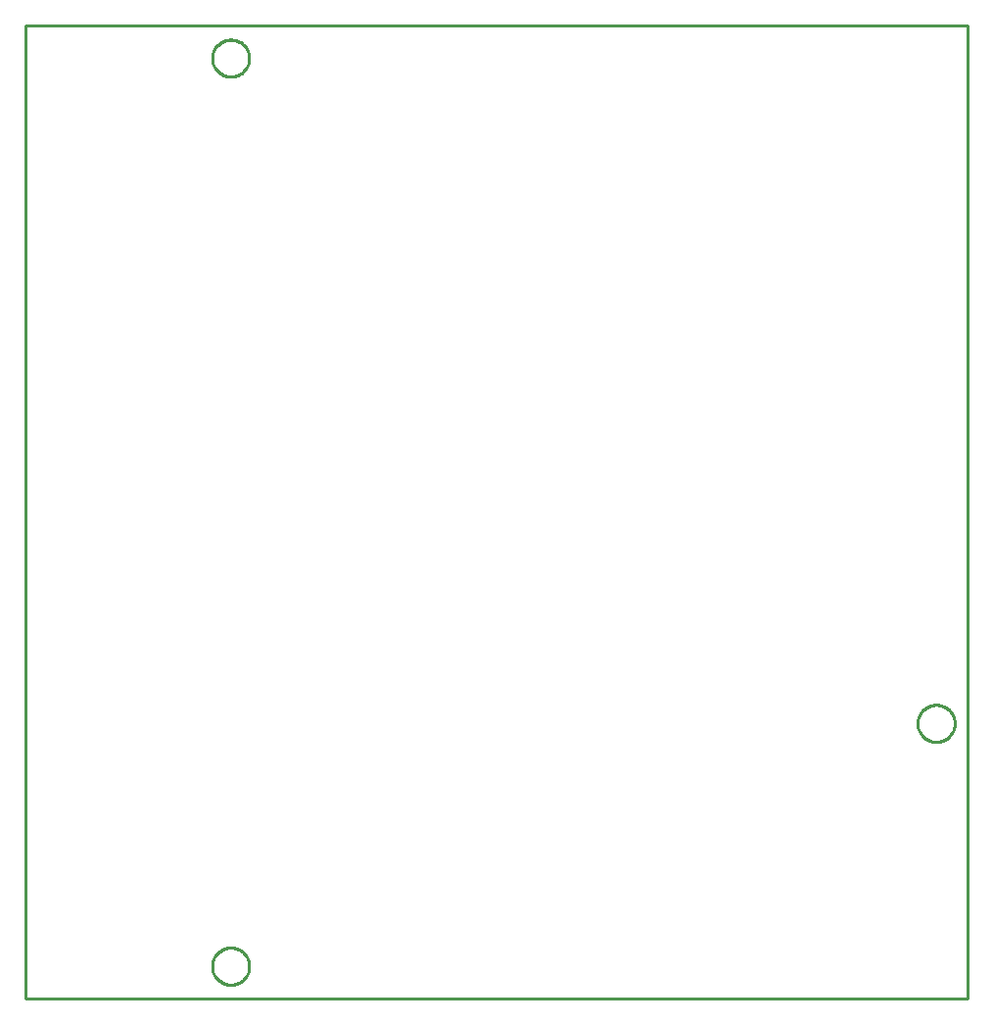
<source format=gbr>
G04 EAGLE Gerber RS-274X export*
G75*
%MOMM*%
%FSLAX34Y34*%
%LPD*%
%IN*%
%IPPOS*%
%AMOC8*
5,1,8,0,0,1.08239X$1,22.5*%
G01*
%ADD10C,0.254000*%


D10*
X0Y0D02*
X815000Y0D01*
X815000Y840000D01*
X0Y840000D01*
X0Y0D01*
X803600Y236876D02*
X803532Y235831D01*
X803395Y234792D01*
X803190Y233765D01*
X802919Y232753D01*
X802583Y231761D01*
X802182Y230793D01*
X801718Y229854D01*
X801195Y228946D01*
X800613Y228075D01*
X799975Y227244D01*
X799284Y226457D01*
X798543Y225716D01*
X797756Y225025D01*
X796925Y224388D01*
X796054Y223806D01*
X795146Y223282D01*
X794207Y222818D01*
X793239Y222417D01*
X792247Y222081D01*
X791235Y221810D01*
X790208Y221605D01*
X789169Y221469D01*
X788124Y221400D01*
X787076Y221400D01*
X786031Y221469D01*
X784992Y221605D01*
X783965Y221810D01*
X782953Y222081D01*
X781961Y222417D01*
X780993Y222818D01*
X780054Y223282D01*
X779146Y223806D01*
X778275Y224388D01*
X777444Y225025D01*
X776657Y225716D01*
X775916Y226457D01*
X775225Y227244D01*
X774588Y228075D01*
X774006Y228946D01*
X773482Y229854D01*
X773018Y230793D01*
X772617Y231761D01*
X772281Y232753D01*
X772010Y233765D01*
X771805Y234792D01*
X771669Y235831D01*
X771600Y236876D01*
X771600Y237924D01*
X771669Y238969D01*
X771805Y240008D01*
X772010Y241035D01*
X772281Y242047D01*
X772617Y243039D01*
X773018Y244007D01*
X773482Y244946D01*
X774006Y245854D01*
X774588Y246725D01*
X775225Y247556D01*
X775916Y248343D01*
X776657Y249084D01*
X777444Y249775D01*
X778275Y250413D01*
X779146Y250995D01*
X780054Y251518D01*
X780993Y251982D01*
X781961Y252383D01*
X782953Y252719D01*
X783965Y252990D01*
X784992Y253195D01*
X786031Y253332D01*
X787076Y253400D01*
X788124Y253400D01*
X789169Y253332D01*
X790208Y253195D01*
X791235Y252990D01*
X792247Y252719D01*
X793239Y252383D01*
X794207Y251982D01*
X795146Y251518D01*
X796054Y250995D01*
X796925Y250413D01*
X797756Y249775D01*
X798543Y249084D01*
X799284Y248343D01*
X799975Y247556D01*
X800613Y246725D01*
X801195Y245854D01*
X801718Y244946D01*
X802182Y244007D01*
X802583Y243039D01*
X802919Y242047D01*
X803190Y241035D01*
X803395Y240008D01*
X803532Y238969D01*
X803600Y237924D01*
X803600Y236876D01*
X193700Y811676D02*
X193632Y810631D01*
X193495Y809592D01*
X193290Y808565D01*
X193019Y807553D01*
X192683Y806561D01*
X192282Y805593D01*
X191818Y804654D01*
X191295Y803746D01*
X190713Y802875D01*
X190075Y802044D01*
X189384Y801257D01*
X188643Y800516D01*
X187856Y799825D01*
X187025Y799188D01*
X186154Y798606D01*
X185246Y798082D01*
X184307Y797618D01*
X183339Y797217D01*
X182347Y796881D01*
X181335Y796610D01*
X180308Y796405D01*
X179269Y796269D01*
X178224Y796200D01*
X177176Y796200D01*
X176131Y796269D01*
X175092Y796405D01*
X174065Y796610D01*
X173053Y796881D01*
X172061Y797217D01*
X171093Y797618D01*
X170154Y798082D01*
X169246Y798606D01*
X168375Y799188D01*
X167544Y799825D01*
X166757Y800516D01*
X166016Y801257D01*
X165325Y802044D01*
X164688Y802875D01*
X164106Y803746D01*
X163582Y804654D01*
X163118Y805593D01*
X162717Y806561D01*
X162381Y807553D01*
X162110Y808565D01*
X161905Y809592D01*
X161769Y810631D01*
X161700Y811676D01*
X161700Y812724D01*
X161769Y813769D01*
X161905Y814808D01*
X162110Y815835D01*
X162381Y816847D01*
X162717Y817839D01*
X163118Y818807D01*
X163582Y819746D01*
X164106Y820654D01*
X164688Y821525D01*
X165325Y822356D01*
X166016Y823143D01*
X166757Y823884D01*
X167544Y824575D01*
X168375Y825213D01*
X169246Y825795D01*
X170154Y826318D01*
X171093Y826782D01*
X172061Y827183D01*
X173053Y827519D01*
X174065Y827790D01*
X175092Y827995D01*
X176131Y828132D01*
X177176Y828200D01*
X178224Y828200D01*
X179269Y828132D01*
X180308Y827995D01*
X181335Y827790D01*
X182347Y827519D01*
X183339Y827183D01*
X184307Y826782D01*
X185246Y826318D01*
X186154Y825795D01*
X187025Y825213D01*
X187856Y824575D01*
X188643Y823884D01*
X189384Y823143D01*
X190075Y822356D01*
X190713Y821525D01*
X191295Y820654D01*
X191818Y819746D01*
X192282Y818807D01*
X192683Y817839D01*
X193019Y816847D01*
X193290Y815835D01*
X193495Y814808D01*
X193632Y813769D01*
X193700Y812724D01*
X193700Y811676D01*
X193700Y27076D02*
X193632Y26031D01*
X193495Y24992D01*
X193290Y23965D01*
X193019Y22953D01*
X192683Y21961D01*
X192282Y20993D01*
X191818Y20054D01*
X191295Y19146D01*
X190713Y18275D01*
X190075Y17444D01*
X189384Y16657D01*
X188643Y15916D01*
X187856Y15225D01*
X187025Y14588D01*
X186154Y14006D01*
X185246Y13482D01*
X184307Y13018D01*
X183339Y12617D01*
X182347Y12281D01*
X181335Y12010D01*
X180308Y11805D01*
X179269Y11669D01*
X178224Y11600D01*
X177176Y11600D01*
X176131Y11669D01*
X175092Y11805D01*
X174065Y12010D01*
X173053Y12281D01*
X172061Y12617D01*
X171093Y13018D01*
X170154Y13482D01*
X169246Y14006D01*
X168375Y14588D01*
X167544Y15225D01*
X166757Y15916D01*
X166016Y16657D01*
X165325Y17444D01*
X164688Y18275D01*
X164106Y19146D01*
X163582Y20054D01*
X163118Y20993D01*
X162717Y21961D01*
X162381Y22953D01*
X162110Y23965D01*
X161905Y24992D01*
X161769Y26031D01*
X161700Y27076D01*
X161700Y28124D01*
X161769Y29169D01*
X161905Y30208D01*
X162110Y31235D01*
X162381Y32247D01*
X162717Y33239D01*
X163118Y34207D01*
X163582Y35146D01*
X164106Y36054D01*
X164688Y36925D01*
X165325Y37756D01*
X166016Y38543D01*
X166757Y39284D01*
X167544Y39975D01*
X168375Y40613D01*
X169246Y41195D01*
X170154Y41718D01*
X171093Y42182D01*
X172061Y42583D01*
X173053Y42919D01*
X174065Y43190D01*
X175092Y43395D01*
X176131Y43532D01*
X177176Y43600D01*
X178224Y43600D01*
X179269Y43532D01*
X180308Y43395D01*
X181335Y43190D01*
X182347Y42919D01*
X183339Y42583D01*
X184307Y42182D01*
X185246Y41718D01*
X186154Y41195D01*
X187025Y40613D01*
X187856Y39975D01*
X188643Y39284D01*
X189384Y38543D01*
X190075Y37756D01*
X190713Y36925D01*
X191295Y36054D01*
X191818Y35146D01*
X192282Y34207D01*
X192683Y33239D01*
X193019Y32247D01*
X193290Y31235D01*
X193495Y30208D01*
X193632Y29169D01*
X193700Y28124D01*
X193700Y27076D01*
M02*

</source>
